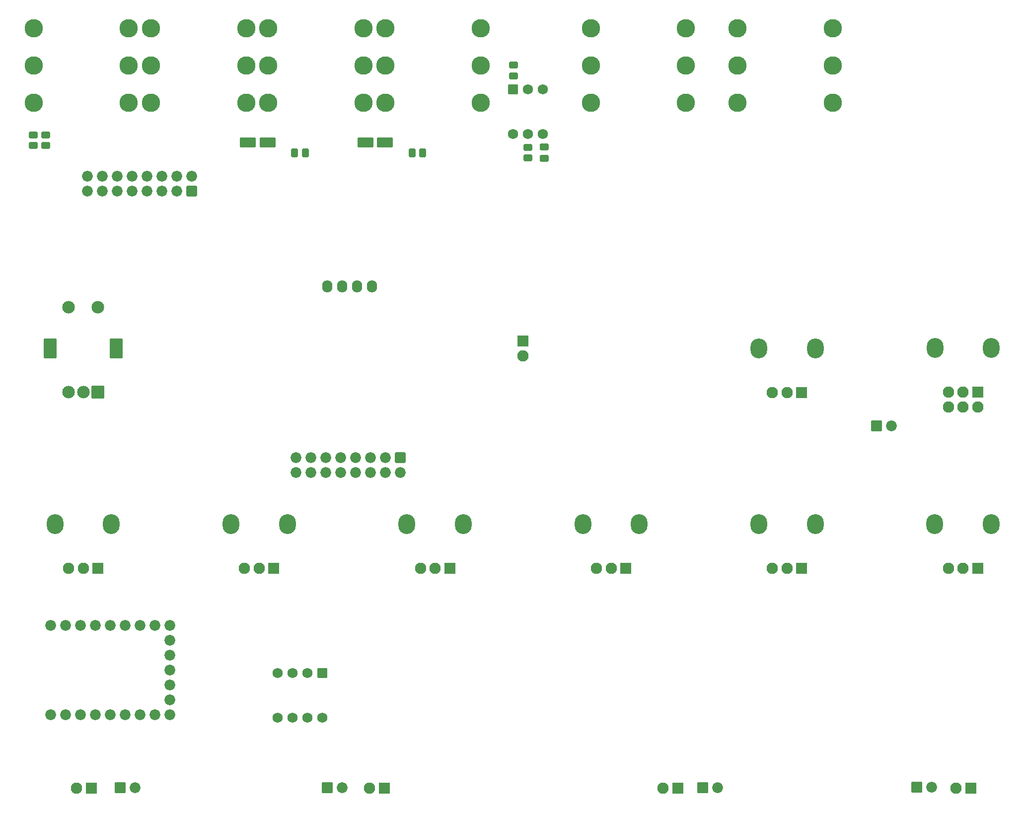
<source format=gbr>
%TF.GenerationSoftware,KiCad,Pcbnew,9.0.3*%
%TF.CreationDate,2025-08-21T10:40:16+02:00*%
%TF.ProjectId,RP2040-DSP_V2.0,52503230-3430-42d4-9453-505f56322e30,V2.0*%
%TF.SameCoordinates,Original*%
%TF.FileFunction,Soldermask,Bot*%
%TF.FilePolarity,Negative*%
%FSLAX46Y46*%
G04 Gerber Fmt 4.6, Leading zero omitted, Abs format (unit mm)*
G04 Created by KiCad (PCBNEW 9.0.3) date 2025-08-21 10:40:16*
%MOMM*%
%LPD*%
G01*
G04 APERTURE LIST*
G04 Aperture macros list*
%AMRoundRect*
0 Rectangle with rounded corners*
0 $1 Rounding radius*
0 $2 $3 $4 $5 $6 $7 $8 $9 X,Y pos of 4 corners*
0 Add a 4 corners polygon primitive as box body*
4,1,4,$2,$3,$4,$5,$6,$7,$8,$9,$2,$3,0*
0 Add four circle primitives for the rounded corners*
1,1,$1+$1,$2,$3*
1,1,$1+$1,$4,$5*
1,1,$1+$1,$6,$7*
1,1,$1+$1,$8,$9*
0 Add four rect primitives between the rounded corners*
20,1,$1+$1,$2,$3,$4,$5,0*
20,1,$1+$1,$4,$5,$6,$7,0*
20,1,$1+$1,$6,$7,$8,$9,0*
20,1,$1+$1,$8,$9,$2,$3,0*%
G04 Aperture macros list end*
%ADD10RoundRect,0.070000X0.850000X-0.850000X0.850000X0.850000X-0.850000X0.850000X-0.850000X-0.850000X0*%
%ADD11C,1.840000*%
%ADD12RoundRect,0.271875X-0.598125X0.598125X-0.598125X-0.598125X0.598125X-0.598125X0.598125X0.598125X0*%
%ADD13C,1.740000*%
%ADD14RoundRect,0.270589X-0.649411X0.649411X-0.649411X-0.649411X0.649411X-0.649411X0.649411X0.649411X0*%
%ADD15C,3.140000*%
%ADD16RoundRect,0.070000X1.000000X-1.000000X1.000000X1.000000X-1.000000X1.000000X-1.000000X-1.000000X0*%
%ADD17C,2.140000*%
%ADD18RoundRect,0.070000X1.000000X-1.600000X1.000000X1.600000X-1.000000X1.600000X-1.000000X-1.600000X0*%
%ADD19RoundRect,0.070000X0.900000X0.900000X-0.900000X0.900000X-0.900000X-0.900000X0.900000X-0.900000X0*%
%ADD20C,1.940000*%
%ADD21RoundRect,0.070000X-0.900000X0.900000X-0.900000X-0.900000X0.900000X-0.900000X0.900000X0.900000X0*%
%ADD22RoundRect,0.271875X-1.123125X-0.598125X1.123125X-0.598125X1.123125X0.598125X-1.123125X0.598125X0*%
%ADD23O,2.860000X3.380000*%
%ADD24RoundRect,0.070000X-0.900000X-0.900000X0.900000X-0.900000X0.900000X0.900000X-0.900000X0.900000X0*%
%ADD25RoundRect,0.284146X0.298354X0.485854X-0.298354X0.485854X-0.298354X-0.485854X0.298354X-0.485854X0*%
%ADD26RoundRect,0.284146X-0.485854X0.298354X-0.485854X-0.298354X0.485854X-0.298354X0.485854X0.298354X0*%
%ADD27RoundRect,0.284146X0.485854X-0.298354X0.485854X0.298354X-0.485854X0.298354X-0.485854X-0.298354X0*%
%ADD28O,1.740000X2.140000*%
%ADD29RoundRect,0.284146X-0.298354X-0.485854X0.298354X-0.485854X0.298354X0.485854X-0.298354X0.485854X0*%
%ADD30RoundRect,0.285000X0.510000X-0.285000X0.510000X0.285000X-0.510000X0.285000X-0.510000X-0.285000X0*%
%ADD31RoundRect,0.270589X0.649411X-0.649411X0.649411X0.649411X-0.649411X0.649411X-0.649411X-0.649411X0*%
G04 APERTURE END LIST*
D10*
%TO.C,J5*%
X211728250Y-155200000D03*
D11*
X214268250Y-155200000D03*
%TD*%
D12*
%TO.C,SW2*%
X110397500Y-135732500D03*
D13*
X107857500Y-135732500D03*
X105317500Y-135732500D03*
X102777500Y-135732500D03*
X102777500Y-143352500D03*
X105317500Y-143352500D03*
X107857500Y-143352500D03*
X110397500Y-143352500D03*
%TD*%
D10*
%TO.C,J8*%
X75903250Y-155260000D03*
D11*
X78443250Y-155260000D03*
%TD*%
D10*
%TO.C,J7*%
X111203250Y-155260000D03*
D11*
X113743250Y-155260000D03*
%TD*%
%TO.C,U4*%
X64087750Y-142812000D03*
X66627750Y-142812000D03*
X69167750Y-142812000D03*
X71707750Y-142812000D03*
X74247750Y-142812000D03*
X76787750Y-142812000D03*
X79327750Y-142812000D03*
X81867750Y-142812000D03*
X84407750Y-142812000D03*
X64087750Y-127572000D03*
X66627750Y-127572000D03*
X69167750Y-127572000D03*
X71707750Y-127572000D03*
X74247750Y-127572000D03*
X76787750Y-127572000D03*
X79327750Y-127572000D03*
X81867750Y-127572000D03*
X84407750Y-127572000D03*
X84407750Y-140272000D03*
X84407750Y-137732000D03*
X84407750Y-135192000D03*
X84407750Y-132652000D03*
X84407750Y-130112000D03*
%TD*%
D14*
%TO.C,J13*%
X123660000Y-98960000D03*
D11*
X123660000Y-101500000D03*
X121120000Y-98960000D03*
X121120000Y-101500000D03*
X118580000Y-98960000D03*
X118580000Y-101500000D03*
X116040000Y-98960000D03*
X116040000Y-101500000D03*
X113500000Y-98960000D03*
X113500000Y-101500000D03*
X110960000Y-98960000D03*
X110960000Y-101500000D03*
X108420000Y-98960000D03*
X108420000Y-101500000D03*
X105880000Y-98960000D03*
X105880000Y-101500000D03*
%TD*%
D10*
%TO.C,J6*%
X175278250Y-155260000D03*
D11*
X177818250Y-155260000D03*
%TD*%
D10*
%TO.C,J1*%
X204878250Y-93550000D03*
D11*
X207418250Y-93550000D03*
%TD*%
D15*
%TO.C,J3*%
X97400000Y-32085000D03*
X81170000Y-32085000D03*
X97400000Y-25735000D03*
X81170000Y-25735000D03*
X97400000Y-38435000D03*
X81170000Y-38435000D03*
%TD*%
D16*
%TO.C,SW1*%
X72126500Y-87800000D03*
D17*
X67126500Y-87800000D03*
X69626500Y-87800000D03*
D18*
X64026500Y-80300000D03*
X75226500Y-80300000D03*
D17*
X67126500Y-73300000D03*
X72126500Y-73300000D03*
%TD*%
D19*
%TO.C,D7*%
X71001500Y-155300000D03*
D20*
X68461500Y-155300000D03*
%TD*%
D21*
%TO.C,D8*%
X144603250Y-79025000D03*
D20*
X144603250Y-81565000D03*
%TD*%
D22*
%TO.C,C32*%
X117725000Y-45200000D03*
X121075000Y-45200000D03*
%TD*%
D15*
%TO.C,J12*%
X172400000Y-32085000D03*
X156170000Y-32085000D03*
X172400000Y-25735000D03*
X156170000Y-25735000D03*
X172400000Y-38435000D03*
X156170000Y-38435000D03*
%TD*%
%TO.C,J11*%
X137400000Y-32085000D03*
X121170000Y-32085000D03*
X137400000Y-25735000D03*
X121170000Y-25735000D03*
X137400000Y-38435000D03*
X121170000Y-38435000D03*
%TD*%
D23*
%TO.C,RV6*%
X184826500Y-80350000D03*
X194426500Y-80350000D03*
D24*
X192126500Y-87850000D03*
D20*
X189626500Y-87850000D03*
X187126500Y-87850000D03*
%TD*%
D23*
%TO.C,RV7*%
X64826500Y-110300000D03*
X74426500Y-110300000D03*
D24*
X72126500Y-117800000D03*
D20*
X69626500Y-117800000D03*
X67126500Y-117800000D03*
%TD*%
D15*
%TO.C,J10*%
X117400000Y-32085000D03*
X101170000Y-32085000D03*
X117400000Y-25735000D03*
X101170000Y-25735000D03*
X117400000Y-38435000D03*
X101170000Y-38435000D03*
%TD*%
D25*
%TO.C,R16*%
X127512500Y-47000000D03*
X125687500Y-47000000D03*
%TD*%
D26*
%TO.C,R23*%
X61100000Y-43887500D03*
X61100000Y-45712500D03*
%TD*%
D23*
%TO.C,RV1*%
X214826500Y-110300000D03*
X224426500Y-110300000D03*
D24*
X222126500Y-117800000D03*
D20*
X219626500Y-117800000D03*
X217126500Y-117800000D03*
%TD*%
D15*
%TO.C,J2*%
X77400000Y-32085000D03*
X61170000Y-32085000D03*
X77400000Y-25735000D03*
X61170000Y-25735000D03*
X77400000Y-38435000D03*
X61170000Y-38435000D03*
%TD*%
D26*
%TO.C,R18*%
X142960000Y-32022500D03*
X142960000Y-33847500D03*
%TD*%
D27*
%TO.C,R15*%
X145460000Y-47847500D03*
X145460000Y-46022500D03*
%TD*%
D23*
%TO.C,RV2*%
X184826500Y-110300000D03*
X194426500Y-110300000D03*
D24*
X192126500Y-117800000D03*
D20*
X189626500Y-117800000D03*
X187126500Y-117800000D03*
%TD*%
D22*
%TO.C,C33*%
X97725000Y-45200000D03*
X101075000Y-45200000D03*
%TD*%
D28*
%TO.C,U12*%
X118846500Y-69700000D03*
X116306500Y-69700000D03*
X113766500Y-69700000D03*
X111226500Y-69700000D03*
%TD*%
D26*
%TO.C,R24*%
X63200000Y-43887500D03*
X63200000Y-45712500D03*
%TD*%
D23*
%TO.C,RV3*%
X154826500Y-110300000D03*
X164426500Y-110300000D03*
D24*
X162126500Y-117800000D03*
D20*
X159626500Y-117800000D03*
X157126500Y-117800000D03*
%TD*%
D29*
%TO.C,R17*%
X105675000Y-47000000D03*
X107500000Y-47000000D03*
%TD*%
D19*
%TO.C,D4*%
X221001500Y-155300000D03*
D20*
X218461500Y-155300000D03*
%TD*%
D30*
%TO.C,C31*%
X148210000Y-47885000D03*
X148210000Y-45985000D03*
%TD*%
D23*
%TO.C,RV5*%
X94826500Y-110300000D03*
X104426500Y-110300000D03*
D24*
X102126500Y-117800000D03*
D20*
X99626500Y-117800000D03*
X97126500Y-117800000D03*
%TD*%
D23*
%TO.C,RV8*%
X214900000Y-80275000D03*
X224400000Y-80275000D03*
D24*
X222150000Y-87775000D03*
D20*
X219650000Y-87775000D03*
X217150000Y-87775000D03*
X222150000Y-90275000D03*
X219650000Y-90275000D03*
X217150000Y-90275000D03*
%TD*%
D19*
%TO.C,D5*%
X171001500Y-155300000D03*
D20*
X168461500Y-155300000D03*
%TD*%
D31*
%TO.C,J4*%
X88120000Y-53500000D03*
D11*
X88120000Y-50960000D03*
X85580000Y-53500000D03*
X85580000Y-50960000D03*
X83040000Y-53500000D03*
X83040000Y-50960000D03*
X80500000Y-53500000D03*
X80500000Y-50960000D03*
X77960000Y-53500000D03*
X77960000Y-50960000D03*
X75420000Y-53500000D03*
X75420000Y-50960000D03*
X72880000Y-53500000D03*
X72880000Y-50960000D03*
X70340000Y-53500000D03*
X70340000Y-50960000D03*
%TD*%
D12*
%TO.C,U11*%
X142920000Y-36130000D03*
D13*
X145460000Y-36130000D03*
X148000000Y-36130000D03*
X148000000Y-43750000D03*
X145460000Y-43750000D03*
X142920000Y-43750000D03*
%TD*%
D19*
%TO.C,D6*%
X121001500Y-155300000D03*
D20*
X118461500Y-155300000D03*
%TD*%
D15*
%TO.C,J9*%
X197400000Y-32085000D03*
X181170000Y-32085000D03*
X197400000Y-25735000D03*
X181170000Y-25735000D03*
X197400000Y-38435000D03*
X181170000Y-38435000D03*
%TD*%
D23*
%TO.C,RV4*%
X124826500Y-110300000D03*
X134426500Y-110300000D03*
D24*
X132126500Y-117800000D03*
D20*
X129626500Y-117800000D03*
X127126500Y-117800000D03*
%TD*%
M02*

</source>
